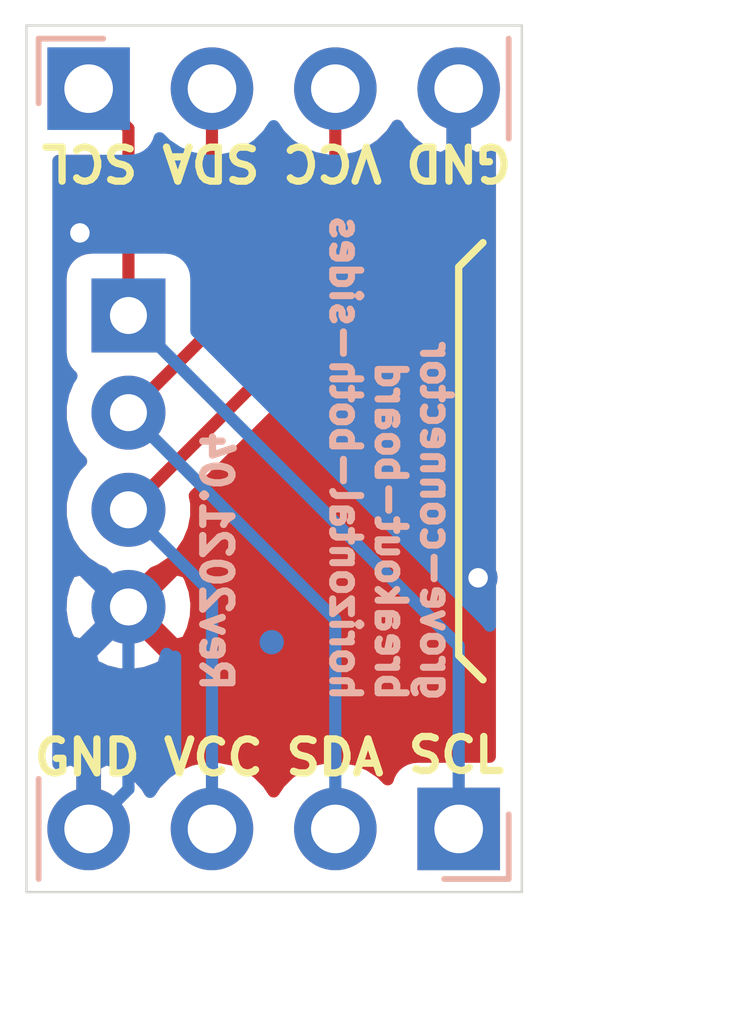
<source format=kicad_pcb>
(kicad_pcb (version 20171130) (host pcbnew 5.1.10-88a1d61d58~88~ubuntu20.04.1)

  (general
    (thickness 1.6)
    (drawings 16)
    (tracks 26)
    (zones 0)
    (modules 5)
    (nets 5)
  )

  (page A4)
  (layers
    (0 F.Cu signal)
    (31 B.Cu signal)
    (32 B.Adhes user)
    (33 F.Adhes user)
    (34 B.Paste user)
    (35 F.Paste user)
    (36 B.SilkS user)
    (37 F.SilkS user)
    (38 B.Mask user)
    (39 F.Mask user)
    (40 Dwgs.User user)
    (41 Cmts.User user)
    (42 Eco1.User user)
    (43 Eco2.User user)
    (44 Edge.Cuts user)
    (45 Margin user)
    (46 B.CrtYd user)
    (47 F.CrtYd user)
    (48 B.Fab user)
    (49 F.Fab user)
  )

  (setup
    (last_trace_width 0.25)
    (trace_clearance 0.2)
    (zone_clearance 0.508)
    (zone_45_only no)
    (trace_min 0.2)
    (via_size 0.8)
    (via_drill 0.4)
    (via_min_size 0.4)
    (via_min_drill 0.3)
    (uvia_size 0.3)
    (uvia_drill 0.1)
    (uvias_allowed no)
    (uvia_min_size 0.2)
    (uvia_min_drill 0.1)
    (edge_width 0.05)
    (segment_width 0.2)
    (pcb_text_width 0.3)
    (pcb_text_size 1.5 1.5)
    (mod_edge_width 0.12)
    (mod_text_size 1 1)
    (mod_text_width 0.15)
    (pad_size 1.524 1.524)
    (pad_drill 0.762)
    (pad_to_mask_clearance 0)
    (aux_axis_origin 0 0)
    (visible_elements FFFFFF7F)
    (pcbplotparams
      (layerselection 0x010fc_ffffffff)
      (usegerberextensions false)
      (usegerberattributes true)
      (usegerberadvancedattributes true)
      (creategerberjobfile true)
      (excludeedgelayer true)
      (linewidth 0.100000)
      (plotframeref false)
      (viasonmask false)
      (mode 1)
      (useauxorigin false)
      (hpglpennumber 1)
      (hpglpenspeed 20)
      (hpglpendiameter 15.000000)
      (psnegative false)
      (psa4output false)
      (plotreference true)
      (plotvalue true)
      (plotinvisibletext false)
      (padsonsilk false)
      (subtractmaskfromsilk false)
      (outputformat 1)
      (mirror false)
      (drillshape 1)
      (scaleselection 1)
      (outputdirectory ""))
  )

  (net 0 "")
  (net 1 "Net-(J1-Pad3)")
  (net 2 "Net-(J1-Pad2)")
  (net 3 "Net-(J1-Pad1)")
  (net 4 GND)

  (net_class Default "This is the default net class."
    (clearance 0.2)
    (trace_width 0.25)
    (via_dia 0.8)
    (via_drill 0.4)
    (uvia_dia 0.3)
    (uvia_drill 0.1)
    (add_net GND)
    (add_net "Net-(J1-Pad1)")
    (add_net "Net-(J1-Pad2)")
    (add_net "Net-(J1-Pad3)")
  )

  (module Fiducial:Fiducial_0.5mm_Mask1mm (layer B.Cu) (tedit 5C18CB26) (tstamp 601E769F)
    (at 120.75 75.325)
    (descr "Circular Fiducial, 0.5mm bare copper, 1mm soldermask opening (Level C)")
    (tags fiducial)
    (attr smd)
    (fp_text reference fid2 (at 0 1.5) (layer B.SilkS) hide
      (effects (font (size 1 1) (thickness 0.15)) (justify mirror))
    )
    (fp_text value Fiducial_0.5mm_Mask1mm (at 0 -1.5) (layer B.Fab) hide
      (effects (font (size 1 1) (thickness 0.15)) (justify mirror))
    )
    (fp_circle (center 0 0) (end 0.75 0) (layer B.CrtYd) (width 0.05))
    (fp_circle (center 0 0) (end 0.5 0) (layer B.Fab) (width 0.1))
    (fp_text user %R (at 0 0) (layer B.Fab)
      (effects (font (size 0.2 0.2) (thickness 0.04)) (justify mirror))
    )
    (pad "" smd circle (at 0 0) (size 0.5 0.5) (layers B.Cu B.Mask)
      (solder_mask_margin 0.25) (clearance 0.25))
  )

  (module Fiducial:Fiducial_0.5mm_Mask1mm (layer F.Cu) (tedit 5C18CB26) (tstamp 601E7642)
    (at 120.7 67.875)
    (descr "Circular Fiducial, 0.5mm bare copper, 1mm soldermask opening (Level C)")
    (tags fiducial)
    (attr smd)
    (fp_text reference fid1 (at 0 -1.5) (layer F.SilkS) hide
      (effects (font (size 1 1) (thickness 0.15)))
    )
    (fp_text value Fiducial_0.5mm_Mask1mm (at 0 1.5) (layer F.Fab) hide
      (effects (font (size 1 1) (thickness 0.15)))
    )
    (fp_circle (center 0 0) (end 0.75 0) (layer F.CrtYd) (width 0.05))
    (fp_circle (center 0 0) (end 0.5 0) (layer F.Fab) (width 0.1))
    (fp_text user %R (at 0 0) (layer F.Fab)
      (effects (font (size 0.2 0.2) (thickness 0.04)))
    )
    (pad "" smd circle (at 0 0) (size 0.5 0.5) (layers F.Cu F.Mask)
      (solder_mask_margin 0.25) (clearance 0.25))
  )

  (module my-kicad-footprints:PinHeader_1x04_P2.54mm_Vertical_silk_inside (layer B.Cu) (tedit 601E03B3) (tstamp 5FBE0F0F)
    (at 116.98 63.93 270)
    (descr "Through hole straight pin header, 1x04, 2.54mm pitch, single row")
    (tags "Through hole pin header THT 1x04 2.54mm single row")
    (path /5FBE182C)
    (fp_text reference J3 (at 0 2.33 90) (layer B.SilkS) hide
      (effects (font (size 1 1) (thickness 0.15)) (justify mirror))
    )
    (fp_text value Conn_01x04 (at 0 -9.95 90) (layer B.Fab) hide
      (effects (font (size 1 1) (thickness 0.15)) (justify mirror))
    )
    (fp_line (start -0.635 1.27) (end 1.27 1.27) (layer B.Fab) (width 0.1))
    (fp_line (start 1.27 1.27) (end 1.27 -8.89) (layer B.Fab) (width 0.1))
    (fp_line (start 1.27 -8.89) (end -1.27 -8.89) (layer B.Fab) (width 0.1))
    (fp_line (start -1.27 -8.89) (end -1.27 0.635) (layer B.Fab) (width 0.1))
    (fp_line (start -1.27 0.635) (end -0.635 1.27) (layer B.Fab) (width 0.1))
    (fp_line (start -1.03 -8.65) (end 1.03 -8.65) (layer B.SilkS) (width 0.12))
    (fp_line (start -1.03 -0.3) (end -1.03 1.03) (layer B.SilkS) (width 0.12))
    (fp_line (start -1.03 1.03) (end 0.3 1.03) (layer B.SilkS) (width 0.12))
    (fp_line (start -1.8 1.8) (end -1.8 -9.4) (layer B.CrtYd) (width 0.05))
    (fp_line (start -1.8 -9.4) (end 1.8 -9.4) (layer B.CrtYd) (width 0.05))
    (fp_line (start 1.8 -9.4) (end 1.8 1.8) (layer B.CrtYd) (width 0.05))
    (fp_line (start 1.8 1.8) (end -1.8 1.8) (layer B.CrtYd) (width 0.05))
    (fp_text user %R (at 0 -3.81 180) (layer B.Fab)
      (effects (font (size 1 1) (thickness 0.15)) (justify mirror))
    )
    (pad 4 thru_hole oval (at 0 -7.62 270) (size 1.7 1.7) (drill 1) (layers *.Cu *.Mask)
      (net 4 GND))
    (pad 3 thru_hole oval (at 0 -5.08 270) (size 1.7 1.7) (drill 1) (layers *.Cu *.Mask)
      (net 1 "Net-(J1-Pad3)"))
    (pad 2 thru_hole oval (at 0 -2.54 270) (size 1.7 1.7) (drill 1) (layers *.Cu *.Mask)
      (net 2 "Net-(J1-Pad2)"))
    (pad 1 thru_hole rect (at 0 0 270) (size 1.7 1.7) (drill 1) (layers *.Cu *.Mask)
      (net 3 "Net-(J1-Pad1)"))
    (model ${KISYS3DMOD}/Connector_PinHeader_2.54mm.3dshapes/PinHeader_1x04_P2.54mm_Vertical.wrl
      (at (xyz 0 0 0))
      (scale (xyz 1 1 1))
      (rotate (xyz 0 0 0))
    )
  )

  (module my-kicad-footprints:PinHeader_1x04_P2.54mm_Vertical_silk_inside (layer B.Cu) (tedit 601E03B3) (tstamp 5FBE0EF7)
    (at 124.6 79.17 90)
    (descr "Through hole straight pin header, 1x04, 2.54mm pitch, single row")
    (tags "Through hole pin header THT 1x04 2.54mm single row")
    (path /5FBE14A7)
    (fp_text reference J2 (at 0 2.33 90) (layer B.SilkS) hide
      (effects (font (size 1 1) (thickness 0.15)) (justify mirror))
    )
    (fp_text value Conn_01x04 (at 0 -9.95 90) (layer B.Fab) hide
      (effects (font (size 1 1) (thickness 0.15)) (justify mirror))
    )
    (fp_line (start -0.635 1.27) (end 1.27 1.27) (layer B.Fab) (width 0.1))
    (fp_line (start 1.27 1.27) (end 1.27 -8.89) (layer B.Fab) (width 0.1))
    (fp_line (start 1.27 -8.89) (end -1.27 -8.89) (layer B.Fab) (width 0.1))
    (fp_line (start -1.27 -8.89) (end -1.27 0.635) (layer B.Fab) (width 0.1))
    (fp_line (start -1.27 0.635) (end -0.635 1.27) (layer B.Fab) (width 0.1))
    (fp_line (start -1.03 -8.65) (end 1.03 -8.65) (layer B.SilkS) (width 0.12))
    (fp_line (start -1.03 -0.3) (end -1.03 1.03) (layer B.SilkS) (width 0.12))
    (fp_line (start -1.03 1.03) (end 0.3 1.03) (layer B.SilkS) (width 0.12))
    (fp_line (start -1.8 1.8) (end -1.8 -9.4) (layer B.CrtYd) (width 0.05))
    (fp_line (start -1.8 -9.4) (end 1.8 -9.4) (layer B.CrtYd) (width 0.05))
    (fp_line (start 1.8 -9.4) (end 1.8 1.8) (layer B.CrtYd) (width 0.05))
    (fp_line (start 1.8 1.8) (end -1.8 1.8) (layer B.CrtYd) (width 0.05))
    (fp_text user %R (at 0 -3.81 180) (layer B.Fab)
      (effects (font (size 1 1) (thickness 0.15)) (justify mirror))
    )
    (pad 4 thru_hole oval (at 0 -7.62 90) (size 1.7 1.7) (drill 1) (layers *.Cu *.Mask)
      (net 4 GND))
    (pad 3 thru_hole oval (at 0 -5.08 90) (size 1.7 1.7) (drill 1) (layers *.Cu *.Mask)
      (net 1 "Net-(J1-Pad3)"))
    (pad 2 thru_hole oval (at 0 -2.54 90) (size 1.7 1.7) (drill 1) (layers *.Cu *.Mask)
      (net 2 "Net-(J1-Pad2)"))
    (pad 1 thru_hole rect (at 0 0 90) (size 1.7 1.7) (drill 1) (layers *.Cu *.Mask)
      (net 3 "Net-(J1-Pad1)"))
    (model ${KISYS3DMOD}/Connector_PinHeader_2.54mm.3dshapes/PinHeader_1x04_P2.54mm_Vertical.wrl
      (at (xyz 0 0 0))
      (scale (xyz 1 1 1))
      (rotate (xyz 0 0 0))
    )
  )

  (module my-kicad-footprints:NS-Tech_Grove_1x04_P2mm_Horizontal_silk_inside (layer F.Cu) (tedit 601E06A8) (tstamp 5FBE0EDF)
    (at 117.8 71.6)
    (descr https://statics3.seeedstudio.com/images/opl/datasheet/3470130P1.pdf)
    (tags Grove-1x04)
    (path /5FBE04A9)
    (fp_text reference J1 (at -0.0127 -6.3246) (layer F.SilkS) hide
      (effects (font (size 1 1) (thickness 0.15)))
    )
    (fp_text value Grove-I2C-connector (at 9.1059 2.6924 90) (layer F.Fab) hide
      (effects (font (size 1 1) (thickness 0.15)))
    )
    (fp_line (start 6.8 4) (end 7.3 4.5) (layer F.SilkS) (width 0.15))
    (fp_line (start 6.8 -4) (end 6.8 4) (layer F.SilkS) (width 0.15))
    (fp_line (start 7.3 -4.5) (end 6.8 -4) (layer F.SilkS) (width 0.15))
    (fp_line (start -2 5.5) (end 8 5.5) (layer F.Fab) (width 0.12))
    (fp_line (start -2 -5.5) (end -2 5.5) (layer F.Fab) (width 0.12))
    (fp_line (start -2 -5.5) (end 8 -5.5) (layer F.Fab) (width 0.12))
    (fp_line (start 8 -5.5) (end 8 5.5) (layer F.Fab) (width 0.12))
    (fp_text user %R (at -2 -1 90) (layer F.Fab) hide
      (effects (font (size 1 1) (thickness 0.15)))
    )
    (pad 4 thru_hole circle (at 0 3) (size 1.524 1.524) (drill 0.762) (layers *.Cu *.Mask)
      (net 4 GND))
    (pad 3 thru_hole circle (at 0 1) (size 1.524 1.524) (drill 0.762) (layers *.Cu *.Mask)
      (net 1 "Net-(J1-Pad3)"))
    (pad 2 thru_hole circle (at 0 -1) (size 1.524 1.524) (drill 0.762) (layers *.Cu *.Mask)
      (net 2 "Net-(J1-Pad2)"))
    (pad 1 thru_hole rect (at 0 -3) (size 1.524 1.524) (drill 0.762) (layers *.Cu *.Mask)
      (net 3 "Net-(J1-Pad1)"))
    (model ${KISYS3DMOD}/Connector.3dshapes/NS-Tech_Grove_1x04_P2mm_Vertical.wrl
      (at (xyz 0 0 0))
      (scale (xyz 0.3937 0.3937 0.3937))
      (rotate (xyz 0 0 -90))
    )
  )

  (dimension 17.84 (width 0.15) (layer Dwgs.User)
    (gr_text "17.840 mm" (at 128.808 71.55 90) (layer Dwgs.User)
      (effects (font (size 1 1) (thickness 0.15)))
    )
    (feature1 (pts (xy 125.9 62.63) (xy 128.094421 62.63)))
    (feature2 (pts (xy 125.9 80.47) (xy 128.094421 80.47)))
    (crossbar (pts (xy 127.508 80.47) (xy 127.508 62.63)))
    (arrow1a (pts (xy 127.508 62.63) (xy 128.094421 63.756504)))
    (arrow1b (pts (xy 127.508 62.63) (xy 126.921579 63.756504)))
    (arrow2a (pts (xy 127.508 80.47) (xy 128.094421 79.343496)))
    (arrow2b (pts (xy 127.508 80.47) (xy 126.921579 79.343496)))
  )
  (dimension 10.2 (width 0.15) (layer Dwgs.User)
    (gr_text "10.200 mm" (at 120.8 83.85) (layer Dwgs.User)
      (effects (font (size 1 1) (thickness 0.15)))
    )
    (feature1 (pts (xy 125.9 80.47) (xy 125.9 83.136421)))
    (feature2 (pts (xy 115.7 80.47) (xy 115.7 83.136421)))
    (crossbar (pts (xy 115.7 82.55) (xy 125.9 82.55)))
    (arrow1a (pts (xy 125.9 82.55) (xy 124.773496 83.136421)))
    (arrow1b (pts (xy 125.9 82.55) (xy 124.773496 81.963579)))
    (arrow2a (pts (xy 115.7 82.55) (xy 116.826504 83.136421)))
    (arrow2b (pts (xy 115.7 82.55) (xy 116.826504 81.963579)))
  )
  (gr_text Rev2021.04 (at 119.6 76.4 -90) (layer B.SilkS) (tstamp 5FBE125D)
    (effects (font (size 0.6 0.6) (thickness 0.15)) (justify left mirror))
  )
  (gr_text "grove-connector\nbreakout-board\nhorizontal-both-sides" (at 123.2 76.6 270) (layer B.SilkS)
    (effects (font (size 0.58 0.58) (thickness 0.145)) (justify left mirror))
  )
  (gr_text GND (at 124.6 65.45 180) (layer F.SilkS) (tstamp 5FBE1240)
    (effects (font (size 0.7 0.7) (thickness 0.15)))
  )
  (gr_text VCC (at 122 65.45 180) (layer F.SilkS) (tstamp 5FBE123F)
    (effects (font (size 0.7 0.7) (thickness 0.15)))
  )
  (gr_text SCL (at 117 65.45 180) (layer F.SilkS) (tstamp 5FBE123E)
    (effects (font (size 0.7 0.7) (thickness 0.15)))
  )
  (gr_text SDA (at 119.5 65.45 180) (layer F.SilkS) (tstamp 5FBE123D)
    (effects (font (size 0.7 0.7) (thickness 0.15)))
  )
  (gr_text GND (at 116.95 77.7) (layer F.SilkS) (tstamp 5FBE11FD)
    (effects (font (size 0.7 0.7) (thickness 0.15)))
  )
  (gr_text VCC (at 119.55 77.7) (layer F.SilkS) (tstamp 5FBE11FD)
    (effects (font (size 0.7 0.7) (thickness 0.15)))
  )
  (gr_text SCL (at 124.55 77.65) (layer F.SilkS) (tstamp 5FBE11FD)
    (effects (font (size 0.7 0.7) (thickness 0.15)))
  )
  (gr_text SDA (at 122.05 77.7) (layer F.SilkS)
    (effects (font (size 0.7 0.7) (thickness 0.15)))
  )
  (gr_line (start 125.9 62.63) (end 115.7 62.63) (layer Edge.Cuts) (width 0.05) (tstamp 5FBE11B7))
  (gr_line (start 125.9 80.47) (end 125.9 62.63) (layer Edge.Cuts) (width 0.05))
  (gr_line (start 115.7 80.47) (end 125.9 80.47) (layer Edge.Cuts) (width 0.05))
  (gr_line (start 115.7 62.63) (end 115.7 80.47) (layer Edge.Cuts) (width 0.05))

  (segment (start 122.06 68.34) (end 122.06 65.2) (width 0.25) (layer F.Cu) (net 1))
  (segment (start 117.8 72.6) (end 122.06 68.34) (width 0.25) (layer F.Cu) (net 1))
  (segment (start 119.52 74.32) (end 119.52 77.9) (width 0.25) (layer B.Cu) (net 1))
  (segment (start 117.8 72.6) (end 119.52 74.32) (width 0.25) (layer B.Cu) (net 1))
  (segment (start 119.52 77.9) (end 119.52 79.17) (width 0.25) (layer B.Cu) (net 1))
  (segment (start 122.06 65.2) (end 122.06 63.93) (width 0.25) (layer F.Cu) (net 1))
  (segment (start 119.52 68.88) (end 119.52 65.2) (width 0.25) (layer F.Cu) (net 2))
  (segment (start 117.8 70.6) (end 119.52 68.88) (width 0.25) (layer F.Cu) (net 2))
  (segment (start 122.06 74.86) (end 122.06 77.9) (width 0.25) (layer B.Cu) (net 2))
  (segment (start 117.8 70.6) (end 122.06 74.86) (width 0.25) (layer B.Cu) (net 2))
  (segment (start 122.06 77.9) (end 122.06 79.17) (width 0.25) (layer B.Cu) (net 2))
  (segment (start 119.52 65.2) (end 119.52 63.93) (width 0.25) (layer F.Cu) (net 2))
  (segment (start 117.8 68.6) (end 124.6 75.4) (width 0.25) (layer B.Cu) (net 3))
  (segment (start 124.6 75.4) (end 124.6 79.17) (width 0.25) (layer B.Cu) (net 3))
  (segment (start 117.8 64.75) (end 116.98 63.93) (width 0.25) (layer F.Cu) (net 3))
  (segment (start 117.8 68.6) (end 117.8 64.75) (width 0.25) (layer F.Cu) (net 3))
  (segment (start 117.8 74.6) (end 124.6 67.8) (width 0.25) (layer F.Cu) (net 4))
  (segment (start 124.6 73.6) (end 125 74) (width 0.25) (layer B.Cu) (net 4))
  (via (at 125 74) (size 0.8) (drill 0.4) (layers F.Cu B.Cu) (net 4))
  (segment (start 124.6 65.2) (end 124.6 73.6) (width 0.25) (layer B.Cu) (net 4))
  (via (at 116.8 66.9) (size 0.8) (drill 0.4) (layers F.Cu B.Cu) (net 4))
  (segment (start 124.6 66.9) (end 116.8 66.9) (width 0.25) (layer B.Cu) (net 4))
  (segment (start 117.8 78.35) (end 116.98 79.17) (width 0.25) (layer B.Cu) (net 4))
  (segment (start 117.8 74.6) (end 117.8 78.35) (width 0.25) (layer B.Cu) (net 4))
  (segment (start 124.6 65.2) (end 124.6 63.93) (width 0.25) (layer B.Cu) (net 4))
  (segment (start 124.6 67.8) (end 124.6 63.93) (width 0.25) (layer F.Cu) (net 4))

  (zone (net 4) (net_name GND) (layer F.Cu) (tstamp 0) (hatch edge 0.508)
    (connect_pads (clearance 0.508))
    (min_thickness 0.254)
    (fill yes (arc_segments 32) (thermal_gap 0.508) (thermal_bridge_width 0.508))
    (polygon
      (pts
        (xy 125.9 80.45) (xy 115.7 80.45) (xy 115.7 62.63) (xy 125.9 62.63)
      )
    )
    (filled_polygon
      (pts
        (xy 124.727 63.803) (xy 124.747 63.803) (xy 124.747 64.057) (xy 124.727 64.057) (xy 124.727 65.250155)
        (xy 124.95689 65.371476) (xy 125.104099 65.326825) (xy 125.240001 65.262094) (xy 125.24 77.681928) (xy 123.75 77.681928)
        (xy 123.625518 77.694188) (xy 123.50582 77.730498) (xy 123.395506 77.789463) (xy 123.298815 77.868815) (xy 123.219463 77.965506)
        (xy 123.160498 78.07582) (xy 123.138487 78.14838) (xy 123.006632 78.016525) (xy 122.763411 77.85401) (xy 122.493158 77.742068)
        (xy 122.20626 77.685) (xy 121.91374 77.685) (xy 121.626842 77.742068) (xy 121.356589 77.85401) (xy 121.113368 78.016525)
        (xy 120.906525 78.223368) (xy 120.79 78.39776) (xy 120.673475 78.223368) (xy 120.466632 78.016525) (xy 120.223411 77.85401)
        (xy 119.953158 77.742068) (xy 119.66626 77.685) (xy 119.37374 77.685) (xy 119.086842 77.742068) (xy 118.816589 77.85401)
        (xy 118.573368 78.016525) (xy 118.366525 78.223368) (xy 118.244805 78.405534) (xy 118.175178 78.288645) (xy 117.980269 78.072412)
        (xy 117.74692 77.898359) (xy 117.484099 77.773175) (xy 117.33689 77.728524) (xy 117.107 77.849845) (xy 117.107 79.043)
        (xy 117.127 79.043) (xy 117.127 79.297) (xy 117.107 79.297) (xy 117.107 79.317) (xy 116.853 79.317)
        (xy 116.853 79.297) (xy 116.833 79.297) (xy 116.833 79.043) (xy 116.853 79.043) (xy 116.853 77.849845)
        (xy 116.62311 77.728524) (xy 116.475901 77.773175) (xy 116.36 77.82838) (xy 116.36 75.565565) (xy 117.01404 75.565565)
        (xy 117.08102 75.805656) (xy 117.330048 75.922756) (xy 117.597135 75.989023) (xy 117.872017 76.00191) (xy 118.144133 75.960922)
        (xy 118.403023 75.867636) (xy 118.51898 75.805656) (xy 118.58596 75.565565) (xy 117.8 74.779605) (xy 117.01404 75.565565)
        (xy 116.36 75.565565) (xy 116.36 74.672017) (xy 116.39809 74.672017) (xy 116.439078 74.944133) (xy 116.532364 75.203023)
        (xy 116.594344 75.31898) (xy 116.834435 75.38596) (xy 117.620395 74.6) (xy 117.979605 74.6) (xy 118.765565 75.38596)
        (xy 119.005656 75.31898) (xy 119.122756 75.069952) (xy 119.189023 74.802865) (xy 119.20191 74.527983) (xy 119.160922 74.255867)
        (xy 119.067636 73.996977) (xy 119.005656 73.88102) (xy 118.765565 73.81404) (xy 117.979605 74.6) (xy 117.620395 74.6)
        (xy 116.834435 73.81404) (xy 116.594344 73.88102) (xy 116.477244 74.130048) (xy 116.410977 74.397135) (xy 116.39809 74.672017)
        (xy 116.36 74.672017) (xy 116.36 65.418072) (xy 117.040001 65.418072) (xy 117.04 67.199928) (xy 117.038 67.199928)
        (xy 116.913518 67.212188) (xy 116.79382 67.248498) (xy 116.683506 67.307463) (xy 116.586815 67.386815) (xy 116.507463 67.483506)
        (xy 116.448498 67.59382) (xy 116.412188 67.713518) (xy 116.399928 67.838) (xy 116.399928 69.362) (xy 116.412188 69.486482)
        (xy 116.448498 69.60618) (xy 116.507463 69.716494) (xy 116.586815 69.813185) (xy 116.624766 69.84433) (xy 116.561995 69.938273)
        (xy 116.456686 70.19251) (xy 116.403 70.462408) (xy 116.403 70.737592) (xy 116.456686 71.00749) (xy 116.561995 71.261727)
        (xy 116.71488 71.490535) (xy 116.824345 71.6) (xy 116.71488 71.709465) (xy 116.561995 71.938273) (xy 116.456686 72.19251)
        (xy 116.403 72.462408) (xy 116.403 72.737592) (xy 116.456686 73.00749) (xy 116.561995 73.261727) (xy 116.71488 73.490535)
        (xy 116.909465 73.68512) (xy 117.138273 73.838005) (xy 117.27371 73.894105) (xy 117.8 74.420395) (xy 118.32629 73.894105)
        (xy 118.461727 73.838005) (xy 118.690535 73.68512) (xy 118.88512 73.490535) (xy 119.038005 73.261727) (xy 119.143314 73.00749)
        (xy 119.197 72.737592) (xy 119.197 72.462408) (xy 119.166372 72.308429) (xy 122.571004 68.903798) (xy 122.600001 68.880001)
        (xy 122.694974 68.764276) (xy 122.765546 68.632247) (xy 122.809003 68.488986) (xy 122.82 68.377333) (xy 122.82 68.377325)
        (xy 122.823676 68.34) (xy 122.82 68.302675) (xy 122.82 65.208178) (xy 123.006632 65.083475) (xy 123.213475 64.876632)
        (xy 123.335195 64.694466) (xy 123.404822 64.811355) (xy 123.599731 65.027588) (xy 123.83308 65.201641) (xy 124.095901 65.326825)
        (xy 124.24311 65.371476) (xy 124.473 65.250155) (xy 124.473 64.057) (xy 124.453 64.057) (xy 124.453 63.803)
        (xy 124.473 63.803) (xy 124.473 63.783) (xy 124.727 63.783)
      )
    )
  )
  (zone (net 4) (net_name GND) (layer B.Cu) (tstamp 5FBE101E) (hatch edge 0.508)
    (connect_pads (clearance 0.508))
    (min_thickness 0.254)
    (fill yes (arc_segments 32) (thermal_gap 0.508) (thermal_bridge_width 0.508))
    (polygon
      (pts
        (xy 125.95 80.45) (xy 115.75 80.45) (xy 115.7 62.63) (xy 125.9 62.63)
      )
    )
    (filled_polygon
      (pts
        (xy 124.727 63.803) (xy 124.747 63.803) (xy 124.747 64.057) (xy 124.727 64.057) (xy 124.727 65.250155)
        (xy 124.95689 65.371476) (xy 125.104099 65.326825) (xy 125.240001 65.262094) (xy 125.24 74.985127) (xy 125.234974 74.975724)
        (xy 125.140001 74.859999) (xy 125.111004 74.836202) (xy 119.200072 68.925271) (xy 119.200072 67.838) (xy 119.187812 67.713518)
        (xy 119.151502 67.59382) (xy 119.092537 67.483506) (xy 119.013185 67.386815) (xy 118.916494 67.307463) (xy 118.80618 67.248498)
        (xy 118.686482 67.212188) (xy 118.562 67.199928) (xy 117.038 67.199928) (xy 116.913518 67.212188) (xy 116.79382 67.248498)
        (xy 116.683506 67.307463) (xy 116.586815 67.386815) (xy 116.507463 67.483506) (xy 116.448498 67.59382) (xy 116.412188 67.713518)
        (xy 116.399928 67.838) (xy 116.399928 69.362) (xy 116.412188 69.486482) (xy 116.448498 69.60618) (xy 116.507463 69.716494)
        (xy 116.586815 69.813185) (xy 116.624766 69.84433) (xy 116.561995 69.938273) (xy 116.456686 70.19251) (xy 116.403 70.462408)
        (xy 116.403 70.737592) (xy 116.456686 71.00749) (xy 116.561995 71.261727) (xy 116.71488 71.490535) (xy 116.824345 71.6)
        (xy 116.71488 71.709465) (xy 116.561995 71.938273) (xy 116.456686 72.19251) (xy 116.403 72.462408) (xy 116.403 72.737592)
        (xy 116.456686 73.00749) (xy 116.561995 73.261727) (xy 116.71488 73.490535) (xy 116.909465 73.68512) (xy 117.138273 73.838005)
        (xy 117.27371 73.894105) (xy 117.8 74.420395) (xy 117.814143 74.406253) (xy 117.993748 74.585858) (xy 117.979605 74.6)
        (xy 117.993748 74.614143) (xy 117.814143 74.793748) (xy 117.8 74.779605) (xy 117.01404 75.565565) (xy 117.08102 75.805656)
        (xy 117.330048 75.922756) (xy 117.597135 75.989023) (xy 117.872017 76.00191) (xy 118.144133 75.960922) (xy 118.403023 75.867636)
        (xy 118.51898 75.805656) (xy 118.585959 75.565567) (xy 118.702369 75.681977) (xy 118.76 75.624346) (xy 118.760001 77.862658)
        (xy 118.76 77.862668) (xy 118.76 77.891822) (xy 118.573368 78.016525) (xy 118.366525 78.223368) (xy 118.244805 78.405534)
        (xy 118.175178 78.288645) (xy 117.980269 78.072412) (xy 117.74692 77.898359) (xy 117.484099 77.773175) (xy 117.33689 77.728524)
        (xy 117.107 77.849845) (xy 117.107 79.043) (xy 117.127 79.043) (xy 117.127 79.297) (xy 117.107 79.297)
        (xy 117.107 79.317) (xy 116.853 79.317) (xy 116.853 79.297) (xy 116.833 79.297) (xy 116.833 79.043)
        (xy 116.853 79.043) (xy 116.853 77.849845) (xy 116.62311 77.728524) (xy 116.475901 77.773175) (xy 116.36 77.82838)
        (xy 116.36 74.672017) (xy 116.39809 74.672017) (xy 116.439078 74.944133) (xy 116.532364 75.203023) (xy 116.594344 75.31898)
        (xy 116.834435 75.38596) (xy 117.620395 74.6) (xy 116.834435 73.81404) (xy 116.594344 73.88102) (xy 116.477244 74.130048)
        (xy 116.410977 74.397135) (xy 116.39809 74.672017) (xy 116.36 74.672017) (xy 116.36 65.418072) (xy 117.83 65.418072)
        (xy 117.954482 65.405812) (xy 118.07418 65.369502) (xy 118.184494 65.310537) (xy 118.281185 65.231185) (xy 118.360537 65.134494)
        (xy 118.419502 65.02418) (xy 118.441513 64.95162) (xy 118.573368 65.083475) (xy 118.816589 65.24599) (xy 119.086842 65.357932)
        (xy 119.37374 65.415) (xy 119.66626 65.415) (xy 119.953158 65.357932) (xy 120.223411 65.24599) (xy 120.466632 65.083475)
        (xy 120.673475 64.876632) (xy 120.79 64.70224) (xy 120.906525 64.876632) (xy 121.113368 65.083475) (xy 121.356589 65.24599)
        (xy 121.626842 65.357932) (xy 121.91374 65.415) (xy 122.20626 65.415) (xy 122.493158 65.357932) (xy 122.763411 65.24599)
        (xy 123.006632 65.083475) (xy 123.213475 64.876632) (xy 123.335195 64.694466) (xy 123.404822 64.811355) (xy 123.599731 65.027588)
        (xy 123.83308 65.201641) (xy 124.095901 65.326825) (xy 124.24311 65.371476) (xy 124.473 65.250155) (xy 124.473 64.057)
        (xy 124.453 64.057) (xy 124.453 63.803) (xy 124.473 63.803) (xy 124.473 63.783) (xy 124.727 63.783)
      )
    )
  )
)

</source>
